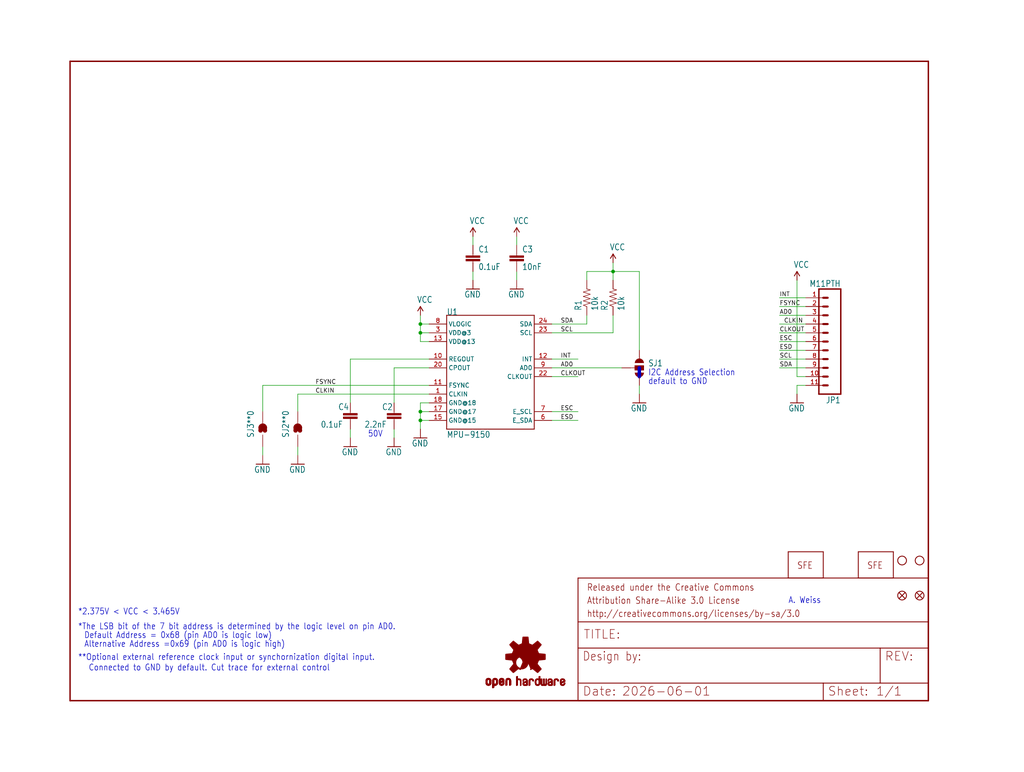
<source format=kicad_sch>
(kicad_sch (version 20230121) (generator eeschema)
  (paper "User" 297.002 223.926)
  (lib_symbols
    (symbol "working-eagle-import:CAP0402-CAP"
      (property "Reference" "C" (at 1.524 2.921 0))
      (symbol "CAP0402-CAP_1_0"
        (pin passive line (at 0 5.08 270) (length 2.54) (name "1") (number "1"))
        (pin passive line (at 0 -2.54 90) (length 2.54) (name "2") (number "2"))
      )
    )
    (symbol "working-eagle-import:FIDUCIALUFIDUCIAL")
    (symbol "working-eagle-import:FRAME-LETTER"
      (symbol "FRAME-LETTER_2_0"
        (text "${#}/${##}" (at 86.36 1.27 0) (effects (font (size 2.54 2.54)) (justify left bottom)))
        (text "${CURRENT_DATE}" (at 12.7 1.27 0) (effects (font (size 2.54 2.54)) (justify left bottom)))
        (text "${PROJECTNAME}" (at 15.494 17.78 0) (effects (font (size 2.7432 2.7432)) (justify left bottom)))
        (text "Attribution Share-Alike 3.0 License" (at 2.54 27.94 0) (effects (font (size 1.9304 1.6408)) (justify left bottom)))
        (text "Date:" (at 1.27 1.27 0) (effects (font (size 2.54 2.54)) (justify left bottom)))
        (text "Design by:" (at 1.27 11.43 0) (effects (font (size 2.54 2.159)) (justify left bottom)))
        (text "http://creativecommons.org/licenses/by-sa/3.0" (at 2.54 24.13 0) (effects (font (size 1.9304 1.6408)) (justify left bottom)))
        (text "Released under the Creative Commons" (at 2.54 31.75 0) (effects (font (size 1.9304 1.6408)) (justify left bottom)))
        (text "REV:" (at 88.9 11.43 0) (effects (font (size 2.54 2.54)) (justify left bottom)))
        (text "Sheet:" (at 72.39 1.27 0) (effects (font (size 2.54 2.54)) (justify left bottom)))
        (text "TITLE:" (at 1.524 17.78 0) (effects (font (size 2.54 2.54)) (justify left bottom)))
      )
    )
    (symbol "working-eagle-import:GND" (power)
      (property "Value" "GND" (at -2.54 -2.54 0))
      (symbol "GND_1_0"
        (pin power_in line (at 0 2.54 270) (length 2.54) (name "GND") (number "1"))
      )
    )
    (symbol "working-eagle-import:LOGO-SFENW2"
      (symbol "LOGO-SFENW2_1_0"
        (text "SFE" (at 0 0 0) (effects (font (size 1.9304 1.6408)) (justify left bottom)))
      )
    )
    (symbol "working-eagle-import:LOGO-SFESK"
      (symbol "LOGO-SFESK_1_0"
        (text "SFE" (at 0 0 0) (effects (font (size 1.9304 1.6408)) (justify left bottom)))
      )
    )
    (symbol "working-eagle-import:M11PTH"
      (property "Reference" "JP" (at 0 16.002 0))
      (symbol "M11PTH_1_0"
        (pin passive line (at 10.16 -12.7 180) (length 5.08) (name "1") (number "1"))
        (pin passive line (at 10.16 10.16 180) (length 5.08) (name "10") (number "10"))
        (pin passive line (at 10.16 12.7 180) (length 5.08) (name "11") (number "11"))
        (pin passive line (at 10.16 -10.16 180) (length 5.08) (name "2") (number "2"))
        (pin passive line (at 10.16 -7.62 180) (length 5.08) (name "3") (number "3"))
        (pin passive line (at 10.16 -5.08 180) (length 5.08) (name "4") (number "4"))
        (pin passive line (at 10.16 -2.54 180) (length 5.08) (name "5") (number "5"))
        (pin passive line (at 10.16 0 180) (length 5.08) (name "6") (number "6"))
        (pin passive line (at 10.16 2.54 180) (length 5.08) (name "7") (number "7"))
        (pin passive line (at 10.16 5.08 180) (length 5.08) (name "8") (number "8"))
        (pin passive line (at 10.16 7.62 180) (length 5.08) (name "9") (number "9"))
      )
    )
    (symbol "working-eagle-import:MPU-9150QFN-24-NP"
      (property "Reference" "U" (at -12.7 17.78 0))
      (symbol "MPU-9150QFN-24-NP_1_0"
        (pin bidirectional line (at -17.78 -5.08 0) (length 5.08) (name "CLKIN") (number "1"))
        (pin bidirectional line (at -17.78 5.08 0) (length 5.08) (name "REGOUT") (number "10"))
        (pin bidirectional line (at -17.78 -2.54 0) (length 5.08) (name "FSYNC") (number "11"))
        (pin bidirectional line (at 17.78 5.08 180) (length 5.08) (name "INT") (number "12"))
        (pin bidirectional line (at -17.78 10.16 0) (length 5.08) (name "VDD@13") (number "13"))
        (pin bidirectional line (at -17.78 -12.7 0) (length 5.08) (name "GND@15") (number "15"))
        (pin bidirectional line (at -17.78 -10.16 0) (length 5.08) (name "GND@17") (number "17"))
        (pin bidirectional line (at -17.78 -7.62 0) (length 5.08) (name "GND@18") (number "18"))
        (pin bidirectional line (at -17.78 2.54 0) (length 5.08) (name "CPOUT") (number "20"))
        (pin bidirectional line (at 17.78 0 180) (length 5.08) (name "CLKOUT") (number "22"))
        (pin bidirectional line (at 17.78 12.7 180) (length 5.08) (name "SCL") (number "23"))
        (pin bidirectional line (at 17.78 15.24 180) (length 5.08) (name "SDA") (number "24"))
        (pin bidirectional line (at -17.78 12.7 0) (length 5.08) (name "VDD@3") (number "3"))
        (pin bidirectional line (at 17.78 -12.7 180) (length 5.08) (name "E_SDA") (number "6"))
        (pin bidirectional line (at 17.78 -10.16 180) (length 5.08) (name "E_SCL") (number "7"))
        (pin bidirectional line (at -17.78 15.24 0) (length 5.08) (name "VLOGIC") (number "8"))
        (pin bidirectional line (at 17.78 2.54 180) (length 5.08) (name "AD0") (number "9"))
      )
    )
    (symbol "working-eagle-import:OSHW-LOGOS")
    (symbol "working-eagle-import:RESISTOR0402-RES"
      (property "Reference" "R" (at -3.81 1.4986 0))
      (symbol "RESISTOR0402-RES_1_0"
        (pin passive line (at -5.08 0 0) (length 2.54) (name "1") (number "1"))
        (pin passive line (at 5.08 0 180) (length 2.54) (name "2") (number "2"))
      )
    )
    (symbol "working-eagle-import:SOLDERJUMPERTRACE"
      (property "Reference" "SJ" (at -2.54 2.54 0))
      (symbol "SOLDERJUMPERTRACE_1_0"
        (pin passive line (at -5.08 0 0) (length 2.54) (name "1") (number "1"))
        (pin passive line (at 5.08 0 180) (length 2.54) (name "2") (number "2"))
      )
    )
    (symbol "working-eagle-import:SOLDERJUMPER_2WAYPASTE2&3"
      (property "Reference" "SJ" (at 2.54 0.381 0))
      (symbol "SOLDERJUMPER_2WAYPASTE2&3_1_0"
        (pin passive line (at 0 5.08 270) (length 2.54) (name "1") (number "1"))
        (pin passive line (at -5.08 0 0) (length 2.54) (name "2") (number "2"))
        (pin passive line (at 0 -5.08 90) (length 2.54) (name "3") (number "3"))
      )
    )
    (symbol "working-eagle-import:STAND-OFF")
    (symbol "working-eagle-import:VCC" (power)
      (property "Value" "VCC" (at -1.016 3.556 0))
      (symbol "VCC_1_0"
        (pin power_in line (at 0 0 90) (length 2.54) (name "VCC") (number "1"))
      )
    )
  )
  (junction (at 121.92 93.98))
  (junction (at 177.8 78.74))
  (junction (at 121.92 121.92))
  (junction (at 121.92 119.38))
  (junction (at 121.92 96.52))
  (wire (pts (xy 160.02 119.38) (xy 167.64 119.38)) (stroke (width 0.1524)))
  (wire (pts (xy 226.06 99.06) (xy 233.68 99.06)) (stroke (width 0.1524)))
  (wire (pts (xy 226.06 106.68) (xy 233.68 106.68)) (stroke (width 0.1524)))
  (wire (pts (xy 124.46 121.92) (xy 121.92 121.92)) (stroke (width 0.1524)))
  (wire (pts (xy 121.92 121.92) (xy 121.92 124.46)) (stroke (width 0.1524)))
  (polyline (pts (xy 185.42 106.68) (xy 185.42 109.22)) (stroke (width 1.016) (type solid)))
  (wire (pts (xy 160.02 96.52) (xy 177.8 96.52)) (stroke (width 0.1524)))
  (wire (pts (xy 76.2 111.76) (xy 76.2 119.38)) (stroke (width 0.1524)))
  (wire (pts (xy 121.92 99.06) (xy 121.92 96.52)) (stroke (width 0.1524)))
  (wire (pts (xy 177.8 78.74) (xy 177.8 76.2)) (stroke (width 0.1524)))
  (wire (pts (xy 124.46 99.06) (xy 121.92 99.06)) (stroke (width 0.1524)))
  (wire (pts (xy 124.46 93.98) (xy 121.92 93.98)) (stroke (width 0.1524)))
  (wire (pts (xy 226.06 104.14) (xy 233.68 104.14)) (stroke (width 0.1524)))
  (wire (pts (xy 160.02 104.14) (xy 167.64 104.14)) (stroke (width 0.1524)))
  (wire (pts (xy 121.92 119.38) (xy 121.92 121.92)) (stroke (width 0.1524)))
  (wire (pts (xy 101.6 127) (xy 101.6 124.46)) (stroke (width 0.1524)))
  (wire (pts (xy 124.46 104.14) (xy 101.6 104.14)) (stroke (width 0.1524)))
  (wire (pts (xy 76.2 129.54) (xy 76.2 132.08)) (stroke (width 0.1524)))
  (wire (pts (xy 233.68 88.9) (xy 226.06 88.9)) (stroke (width 0.1524)))
  (wire (pts (xy 160.02 93.98) (xy 170.18 93.98)) (stroke (width 0.1524)))
  (wire (pts (xy 185.42 111.76) (xy 185.42 114.3)) (stroke (width 0.1524)))
  (wire (pts (xy 160.02 121.92) (xy 167.64 121.92)) (stroke (width 0.1524)))
  (wire (pts (xy 170.18 93.98) (xy 170.18 91.44)) (stroke (width 0.1524)))
  (wire (pts (xy 177.8 96.52) (xy 177.8 91.44)) (stroke (width 0.1524)))
  (wire (pts (xy 185.42 78.74) (xy 177.8 78.74)) (stroke (width 0.1524)))
  (wire (pts (xy 226.06 96.52) (xy 233.68 96.52)) (stroke (width 0.1524)))
  (wire (pts (xy 114.3 106.68) (xy 114.3 116.84)) (stroke (width 0.1524)))
  (wire (pts (xy 124.46 106.68) (xy 114.3 106.68)) (stroke (width 0.1524)))
  (wire (pts (xy 170.18 78.74) (xy 177.8 78.74)) (stroke (width 0.1524)))
  (wire (pts (xy 185.42 101.6) (xy 185.42 78.74)) (stroke (width 0.1524)))
  (wire (pts (xy 124.46 96.52) (xy 121.92 96.52)) (stroke (width 0.1524)))
  (wire (pts (xy 137.16 68.58) (xy 137.16 71.12)) (stroke (width 0.1524)))
  (wire (pts (xy 137.16 81.28) (xy 137.16 78.74)) (stroke (width 0.1524)))
  (wire (pts (xy 76.2 111.76) (xy 124.46 111.76)) (stroke (width 0.1524)))
  (wire (pts (xy 121.92 96.52) (xy 121.92 93.98)) (stroke (width 0.1524)))
  (wire (pts (xy 226.06 101.6) (xy 233.68 101.6)) (stroke (width 0.1524)))
  (wire (pts (xy 86.36 114.3) (xy 124.46 114.3)) (stroke (width 0.1524)))
  (wire (pts (xy 149.86 68.58) (xy 149.86 71.12)) (stroke (width 0.1524)))
  (wire (pts (xy 231.14 109.22) (xy 231.14 81.28)) (stroke (width 0.1524)))
  (wire (pts (xy 160.02 109.22) (xy 167.64 109.22)) (stroke (width 0.1524)))
  (wire (pts (xy 233.68 93.98) (xy 226.06 93.98)) (stroke (width 0.1524)))
  (wire (pts (xy 177.8 78.74) (xy 177.8 81.28)) (stroke (width 0.1524)))
  (wire (pts (xy 149.86 78.74) (xy 149.86 81.28)) (stroke (width 0.1524)))
  (wire (pts (xy 124.46 116.84) (xy 121.92 116.84)) (stroke (width 0.1524)))
  (wire (pts (xy 226.06 91.44) (xy 233.68 91.44)) (stroke (width 0.1524)))
  (wire (pts (xy 124.46 119.38) (xy 121.92 119.38)) (stroke (width 0.1524)))
  (wire (pts (xy 86.36 129.54) (xy 86.36 132.08)) (stroke (width 0.1524)))
  (wire (pts (xy 160.02 106.68) (xy 180.34 106.68)) (stroke (width 0.1524)))
  (wire (pts (xy 170.18 81.28) (xy 170.18 78.74)) (stroke (width 0.1524)))
  (wire (pts (xy 121.92 116.84) (xy 121.92 119.38)) (stroke (width 0.1524)))
  (wire (pts (xy 233.68 109.22) (xy 231.14 109.22)) (stroke (width 0.1524)))
  (wire (pts (xy 121.92 93.98) (xy 121.92 91.44)) (stroke (width 0.1524)))
  (wire (pts (xy 233.68 111.76) (xy 231.14 111.76)) (stroke (width 0.1524)))
  (wire (pts (xy 86.36 114.3) (xy 86.36 119.38)) (stroke (width 0.1524)))
  (wire (pts (xy 226.06 86.36) (xy 233.68 86.36)) (stroke (width 0.1524)))
  (wire (pts (xy 101.6 104.14) (xy 101.6 116.84)) (stroke (width 0.1524)))
  (wire (pts (xy 114.3 127) (xy 114.3 124.46)) (stroke (width 0.1524)))
  (wire (pts (xy 231.14 111.76) (xy 231.14 114.3)) (stroke (width 0.1524)))
  (text "Alternative Address =0x69 (pin AD0 is logic high)" (at 24.384 187.96 0) (effects (font (size 1.778 1.5113)) (justify left bottom)))
  (text "I2C Address Selection" (at 187.96 109.22 0) (effects (font (size 1.778 1.5113)) (justify left bottom)))
  (text "**Optional external reference clock input or synchornization digital input." (at 22.606 191.77 0) (effects (font (size 1.778 1.5113)) (justify left bottom)))
  (text "50V" (at 106.68 127 0) (effects (font (size 1.778 1.5113)) (justify left bottom)))
  (text "Connected to GND by default. Cut trace for external control" (at 25.654 194.818 0) (effects (font (size 1.778 1.5113)) (justify left bottom)))
  (text "default to GND" (at 187.96 111.76 0) (effects (font (size 1.778 1.5113)) (justify left bottom)))
  (text "Default Address = 0x68 (pin AD0 is logic low)" (at 24.384 185.42 0) (effects (font (size 1.778 1.5113)) (justify left bottom)))
  (text "*2.375V < VCC < 3.465V" (at 22.606 178.562 0) (effects (font (size 1.778 1.5113)) (justify left bottom)))
  (text "*The LSB bit of the 7 bit address is determined by the logic level on pin AD0." (at 22.606 182.88 0) (effects (font (size 1.778 1.5113)) (justify left bottom)))
  (text "A. Weiss" (at 228.6 175.26 0) (effects (font (size 1.778 1.5113)) (justify left bottom)))
  (label "CLKIN" (at 227.33 93.98 0) (effects (font (size 1.2446 1.2446))))
  (label "FSYNC" (at 91.44 111.76 0) (effects (font (size 1.2446 1.2446))))
  (label "INT" (at 162.56 104.14 0) (effects (font (size 1.2446 1.2446))))
  (label "ESC" (at 162.56 119.38 0) (effects (font (size 1.2446 1.2446))))
  (label "AD0" (at 162.56 106.68 0) (effects (font (size 1.2446 1.2446))))
  (label "AD0" (at 226.06 91.44 0) (effects (font (size 1.2446 1.2446))))
  (label "SDA" (at 162.56 93.98 0) (effects (font (size 1.2446 1.2446))))
  (label "SCL" (at 162.56 96.52 0) (effects (font (size 1.2446 1.2446))))
  (label "SDA" (at 226.06 106.68 0) (effects (font (size 1.2446 1.2446))))
  (label "CLKOUT" (at 226.06 96.52 0) (effects (font (size 1.2446 1.2446))))
  (label "FSYNC" (at 226.06 88.9 0) (effects (font (size 1.2446 1.2446))))
  (label "ESD" (at 226.06 101.6 0) (effects (font (size 1.2446 1.2446))))
  (label "ESC" (at 226.06 99.06 0) (effects (font (size 1.2446 1.2446))))
  (label "CLKOUT" (at 162.56 109.22 0) (effects (font (size 1.2446 1.2446))))
  (label "SCL" (at 226.06 104.14 0) (effects (font (size 1.2446 1.2446))))
  (label "INT" (at 226.06 86.36 0) (effects (font (size 1.2446 1.2446))))
  (label "ESD" (at 162.56 121.92 0) (effects (font (size 1.2446 1.2446))))
  (label "CLKIN" (at 91.44 114.3 0) (effects (font (size 1.2446 1.2446))))
  (symbol (lib_id "working-eagle-import:STAND-OFF") (at 266.7 162.56 0) (unit 1)
    (property "Reference" "JP2" (effects hide))
    (property "Value" "STAND-OFF" (effects hide))
    (property "Footprint" "working:STAND-OFF" (effects hide))
  )
  (symbol (lib_id "working-eagle-import:SOLDERJUMPERTRACE") (at 86.36 124.46 90) (unit 1)
    (property "Reference" "SJ2**0" (at 83.82 127 0) (effects (font (size 1.778 1.5113)) (justify left bottom)))
    (property "Value" "SOLDERJUMPERTRACE" (effects hide))
    (property "Footprint" "working:SJ_2S-TRACE" (effects hide))
  )
  (symbol (lib_id "working-eagle-import:GND") (at 231.14 116.84 0) (unit 1)
    (property "Reference" "#GND6" (effects hide))
    (property "Value" "GND" (at 228.6 119.38 0) (effects (font (size 1.778 1.5113)) (justify left bottom)))
  )
  (symbol (lib_id "working-eagle-import:RESISTOR0402-RES") (at 170.18 86.36 90) (unit 1)
    (property "Reference" "R1" (at 168.6814 90.17 0) (effects (font (size 1.778 1.5113)) (justify left bottom)))
    (property "Value" "10k" (at 173.482 90.17 0) (effects (font (size 1.778 1.5113)) (justify left bottom)))
    (property "Footprint" "working:0402-RES" (effects hide))
  )
  (symbol (lib_id "working-eagle-import:GND") (at 76.2 134.62 0) (unit 1)
    (property "Reference" "#GND9" (effects hide))
    (property "Value" "GND" (at 73.66 137.16 0) (effects (font (size 1.778 1.5113)) (justify left bottom)))
  )
  (symbol (lib_id "working-eagle-import:VCC") (at 177.8 76.2 0) (unit 1)
    (property "Reference" "#P+2" (effects hide))
    (property "Value" "VCC" (at 176.784 72.644 0) (effects (font (size 1.778 1.5113)) (justify left bottom)))
  )
  (symbol (lib_id "working-eagle-import:RESISTOR0402-RES") (at 177.8 86.36 90) (unit 1)
    (property "Reference" "R2" (at 176.3014 90.17 0) (effects (font (size 1.778 1.5113)) (justify left bottom)))
    (property "Value" "10k" (at 181.102 90.17 0) (effects (font (size 1.778 1.5113)) (justify left bottom)))
    (property "Footprint" "working:0402-RES" (effects hide))
  )
  (symbol (lib_id "working-eagle-import:CAP0402-CAP") (at 137.16 76.2 0) (unit 1)
    (property "Reference" "C1" (at 138.684 73.279 0) (effects (font (size 1.778 1.5113)) (justify left bottom)))
    (property "Value" "0.1uF" (at 138.684 78.359 0) (effects (font (size 1.778 1.5113)) (justify left bottom)))
    (property "Footprint" "working:0402-CAP" (effects hide))
  )
  (symbol (lib_id "working-eagle-import:FIDUCIALUFIDUCIAL") (at 261.62 172.72 0) (unit 1)
    (property "Reference" "JP8" (effects hide))
    (property "Value" "FIDUCIALUFIDUCIAL" (effects hide))
    (property "Footprint" "working:MICRO-FIDUCIAL" (effects hide))
  )
  (symbol (lib_id "working-eagle-import:CAP0402-CAP") (at 101.6 121.92 0) (unit 1)
    (property "Reference" "C4" (at 98.044 118.999 0) (effects (font (size 1.778 1.5113)) (justify left bottom)))
    (property "Value" "0.1uF" (at 92.964 124.079 0) (effects (font (size 1.778 1.5113)) (justify left bottom)))
    (property "Footprint" "working:0402-CAP" (effects hide))
  )
  (symbol (lib_id "working-eagle-import:CAP0402-CAP") (at 149.86 76.2 0) (unit 1)
    (property "Reference" "C3" (at 151.384 73.279 0) (effects (font (size 1.778 1.5113)) (justify left bottom)))
    (property "Value" "10nF" (at 151.384 78.359 0) (effects (font (size 1.778 1.5113)) (justify left bottom)))
    (property "Footprint" "working:0402-CAP" (effects hide))
  )
  (symbol (lib_id "working-eagle-import:STAND-OFF") (at 261.62 162.56 0) (unit 1)
    (property "Reference" "JP3" (effects hide))
    (property "Value" "STAND-OFF" (effects hide))
    (property "Footprint" "working:STAND-OFF" (effects hide))
  )
  (symbol (lib_id "working-eagle-import:LOGO-SFENW2") (at 251.46 165.1 0) (unit 1)
    (property "Reference" "JP4" (effects hide))
    (property "Value" "LOGO-SFENW2" (effects hide))
    (property "Footprint" "working:SFE-NEW-WEB" (effects hide))
  )
  (symbol (lib_id "working-eagle-import:GND") (at 101.6 129.54 0) (unit 1)
    (property "Reference" "#GND5" (effects hide))
    (property "Value" "GND" (at 99.06 132.08 0) (effects (font (size 1.778 1.5113)) (justify left bottom)))
  )
  (symbol (lib_id "working-eagle-import:GND") (at 121.92 127 0) (unit 1)
    (property "Reference" "#GND1" (effects hide))
    (property "Value" "GND" (at 119.38 129.54 0) (effects (font (size 1.778 1.5113)) (justify left bottom)))
  )
  (symbol (lib_id "working-eagle-import:VCC") (at 121.92 91.44 0) (unit 1)
    (property "Reference" "#P+1" (effects hide))
    (property "Value" "VCC" (at 120.904 87.884 0) (effects (font (size 1.778 1.5113)) (justify left bottom)))
  )
  (symbol (lib_id "working-eagle-import:VCC") (at 231.14 81.28 0) (unit 1)
    (property "Reference" "#P+5" (effects hide))
    (property "Value" "VCC" (at 230.124 77.724 0) (effects (font (size 1.778 1.5113)) (justify left bottom)))
  )
  (symbol (lib_id "working-eagle-import:SOLDERJUMPER_2WAYPASTE2&3") (at 185.42 106.68 0) (unit 1)
    (property "Reference" "SJ1" (at 187.96 106.299 0) (effects (font (size 1.778 1.5113)) (justify left bottom)))
    (property "Value" "SOLDERJUMPER_2WAYPASTE2&3" (effects hide))
    (property "Footprint" "working:SJ_3_PASTE2&3" (effects hide))
  )
  (symbol (lib_id "working-eagle-import:FRAME-LETTER") (at 167.64 203.2 0) (unit 2)
    (property "Reference" "#FRAME1" (effects hide))
    (property "Value" "FRAME-LETTER" (effects hide))
  )
  (symbol (lib_id "working-eagle-import:FIDUCIALUFIDUCIAL") (at 266.7 172.72 0) (unit 1)
    (property "Reference" "JP7" (effects hide))
    (property "Value" "FIDUCIALUFIDUCIAL" (effects hide))
    (property "Footprint" "working:MICRO-FIDUCIAL" (effects hide))
  )
  (symbol (lib_id "working-eagle-import:M11PTH") (at 243.84 99.06 180) (unit 1)
    (property "Reference" "JP1" (at 243.84 115.062 0) (effects (font (size 1.778 1.5113)) (justify left bottom)))
    (property "Value" "M11PTH" (at 243.84 81.28 0) (effects (font (size 1.778 1.5113)) (justify left bottom)))
    (property "Footprint" "working:1X11" (effects hide))
  )
  (symbol (lib_id "working-eagle-import:CAP0402-CAP") (at 114.3 121.92 0) (unit 1)
    (property "Reference" "C2" (at 110.744 118.999 0) (effects (font (size 1.778 1.5113)) (justify left bottom)))
    (property "Value" "2.2nF" (at 105.664 124.079 0) (effects (font (size 1.778 1.5113)) (justify left bottom)))
    (property "Footprint" "working:0402-CAP" (effects hide))
  )
  (symbol (lib_id "working-eagle-import:GND") (at 185.42 116.84 0) (unit 1)
    (property "Reference" "#GND7" (effects hide))
    (property "Value" "GND" (at 182.88 119.38 0) (effects (font (size 1.778 1.5113)) (justify left bottom)))
  )
  (symbol (lib_id "working-eagle-import:GND") (at 149.86 83.82 0) (unit 1)
    (property "Reference" "#GND4" (effects hide))
    (property "Value" "GND" (at 147.32 86.36 0) (effects (font (size 1.778 1.5113)) (justify left bottom)))
  )
  (symbol (lib_id "working-eagle-import:FRAME-LETTER") (at 20.32 203.2 0) (unit 1)
    (property "Reference" "#FRAME1" (effects hide))
    (property "Value" "FRAME-LETTER" (effects hide))
  )
  (symbol (lib_id "working-eagle-import:GND") (at 137.16 83.82 0) (unit 1)
    (property "Reference" "#GND2" (effects hide))
    (property "Value" "GND" (at 134.62 86.36 0) (effects (font (size 1.778 1.5113)) (justify left bottom)))
  )
  (symbol (lib_id "working-eagle-import:SOLDERJUMPERTRACE") (at 76.2 124.46 90) (unit 1)
    (property "Reference" "SJ3**0" (at 73.66 127 0) (effects (font (size 1.778 1.5113)) (justify left bottom)))
    (property "Value" "SOLDERJUMPERTRACE" (effects hide))
    (property "Footprint" "working:SJ_2S-TRACE" (effects hide))
  )
  (symbol (lib_id "working-eagle-import:MPU-9150QFN-24-NP") (at 142.24 109.22 0) (unit 1)
    (property "Reference" "U1" (at 129.54 91.44 0) (effects (font (size 1.778 1.5113)) (justify left bottom)))
    (property "Value" "MPU-9150" (at 129.54 127 0) (effects (font (size 1.778 1.5113)) (justify left bottom)))
    (property "Footprint" "working:QFN-24-NP" (effects hide))
  )
  (symbol (lib_id "working-eagle-import:VCC") (at 149.86 68.58 0) (unit 1)
    (property "Reference" "#P+4" (effects hide))
    (property "Value" "VCC" (at 148.844 65.024 0) (effects (font (size 1.778 1.5113)) (justify left bottom)))
  )
  (symbol (lib_id "working-eagle-import:OSHW-LOGOS") (at 152.4 190.5 0) (unit 1)
    (property "Reference" "U$1" (effects hide))
    (property "Value" "OSHW-LOGOS" (effects hide))
    (property "Footprint" "working:OSHW-LOGO-S" (effects hide))
  )
  (symbol (lib_id "working-eagle-import:LOGO-SFESK") (at 231.14 165.1 0) (unit 1)
    (property "Reference" "JP6" (effects hide))
    (property "Value" "LOGO-SFESK" (effects hide))
    (property "Footprint" "working:SFE-LOGO-FLAME" (effects hide))
  )
  (symbol (lib_id "working-eagle-import:VCC") (at 137.16 68.58 0) (unit 1)
    (property "Reference" "#P+3" (effects hide))
    (property "Value" "VCC" (at 136.144 65.024 0) (effects (font (size 1.778 1.5113)) (justify left bottom)))
  )
  (symbol (lib_id "working-eagle-import:GND") (at 86.36 134.62 0) (unit 1)
    (property "Reference" "#GND8" (effects hide))
    (property "Value" "GND" (at 83.82 137.16 0) (effects (font (size 1.778 1.5113)) (justify left bottom)))
  )
  (symbol (lib_id "working-eagle-import:GND") (at 114.3 129.54 0) (unit 1)
    (property "Reference" "#GND3" (effects hide))
    (property "Value" "GND" (at 111.76 132.08 0) (effects (font (size 1.778 1.5113)) (justify left bottom)))
  )
)
</source>
